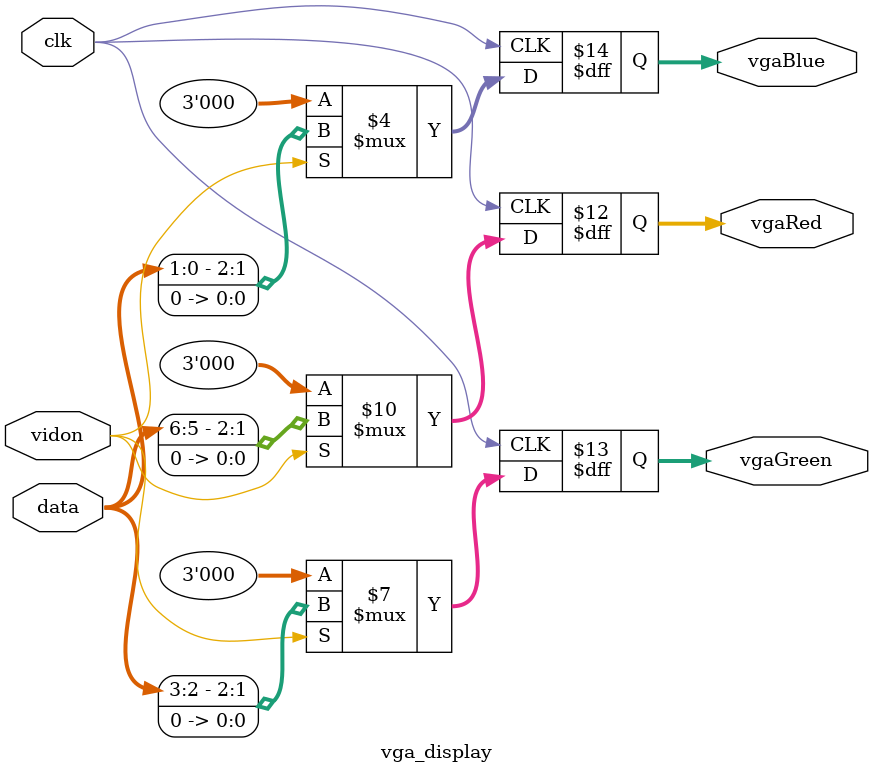
<source format=v>
`timescale 1ns / 1ps
module vga_display(
			input wire clk, 
			input wire vidon,
			input wire [7:0] data,   
			output reg [2:0] vgaRed,
			output reg [2:0] vgaGreen,
			output reg [2:0] vgaBlue
    );
 
	/* When visible, RGB will be data at the moment */
	always @(posedge clk)
	begin
		if (vidon == 1)
		begin
			vgaRed <= {data[7:5],1'b0};
			vgaGreen <= {data[4:2],1'b0};
			vgaBlue <= {data[1:0],1'b0};
		end
		else
		begin
			vgaRed <= 0;
			vgaGreen <= 0;
			vgaBlue <= 0;
		end
	end

endmodule

</source>
